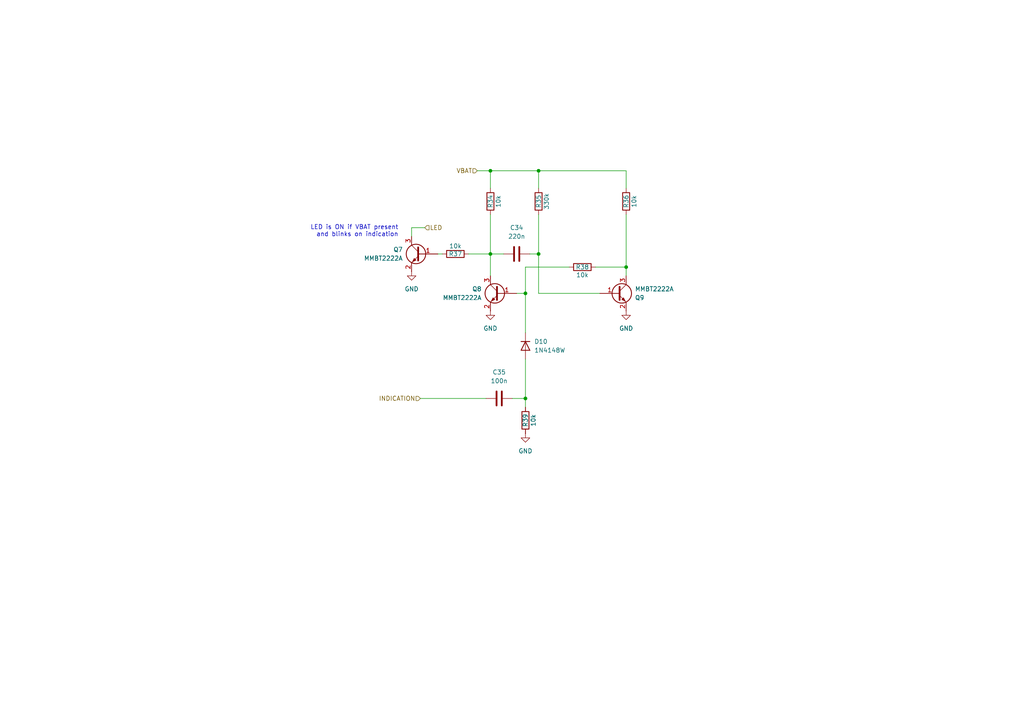
<source format=kicad_sch>
(kicad_sch (version 20231120) (generator "eeschema") (generator_version "8.0")
  (paper "A4")
  (title_block (title "FTDI Quad LIN"))
  (lib_symbols
    (symbol "Device:C" (pin_numbers hide) (pin_names (offset 0.254))
      (property "Reference" "C" (at 0.635 2.54 0))
      (property "Value" "C" (at 0.635 -2.54 0))
      (symbol "C_0_1"
        (polyline (pts (xy -2.032 -0.762) (xy 2.032 -0.762)) (stroke (width 0.508)))
        (polyline (pts (xy -2.032 0.762) (xy 2.032 0.762)) (stroke (width 0.508)))
      )
      (symbol "C_1_1"
        (pin passive line (at 0 3.81 270) (length 2.794) (name "~") (number "1"))
        (pin passive line (at 0 -3.81 90) (length 2.794) (name "~") (number "2"))
      )
    )
    (symbol "Device:R" (pin_numbers hide) (pin_names (offset 0))
      (property "Reference" "R" (at 2.032 0 90))
      (property "Value" "R" (at 0 0 90))
      (symbol "R_0_1"
        (rectangle (start -1.016 -2.54) (end 1.016 2.54) (stroke (width 0.254)))
      )
      (symbol "R_1_1"
        (pin passive line (at 0 3.81 270) (length 1.27) (name "~") (number "1"))
        (pin passive line (at 0 -3.81 90) (length 1.27) (name "~") (number "2"))
      )
    )
    (symbol "Diode:1N4148WS" (pin_numbers hide) (pin_names hide)
      (property "Reference" "D" (at 0 2.54 0))
      (property "Value" "1N4148WS" (at 0 -2.54 0))
      (symbol "1N4148WS_0_1"
        (polyline (pts (xy -1.27 1.27) (xy -1.27 -1.27)) (stroke (width 0.254)))
        (polyline (pts (xy 1.27 0) (xy -1.27 0)))
        (polyline (pts (xy 1.27 1.27) (xy 1.27 -1.27) (xy -1.27 0) (xy 1.27 1.27)) (stroke (width 0.254)))
      )
      (symbol "1N4148WS_1_1"
        (pin passive line (at -3.81 0 0) (length 2.54) (name "K") (number "1"))
        (pin passive line (at 3.81 0 180) (length 2.54) (name "A") (number "2"))
      )
    )
    (symbol "Transistor_BJT:MMBT2222A" (pin_names (offset 0) hide)
      (property "Reference" "Q" (at 5.08 1.905 0))
      (property "Value" "MMBT2222A" (at 5.08 0 0))
      (symbol "MMBT2222A_0_1"
        (polyline (pts (xy 0.635 0.635) (xy 2.54 2.54)))
        (polyline (pts (xy 0.635 -0.635) (xy 2.54 -2.54) (xy 2.54 -2.54)))
        (polyline (pts (xy 0.635 1.905) (xy 0.635 -1.905) (xy 0.635 -1.905)) (stroke (width 0.508)))
        (polyline (pts (xy 1.27 -1.778) (xy 1.778 -1.27) (xy 2.286 -2.286) (xy 1.27 -1.778) (xy 1.27 -1.778)) (fill (type outline)))
        (circle (center 1.27 0) (radius 2.8194) (stroke (width 0.254)))
      )
      (symbol "MMBT2222A_1_1"
        (pin input line (at -5.08 0 0) (length 5.715) (name "B") (number "1"))
        (pin passive line (at 2.54 -5.08 90) (length 2.54) (name "E") (number "2"))
        (pin passive line (at 2.54 5.08 270) (length 2.54) (name "C") (number "3"))
      )
    )
    (symbol "power:GND" (power) (pin_numbers hide) (pin_names (offset 0) hide)
      (property "Value" "GND" (at 0 -3.81 0))
      (symbol "GND_0_1"
        (polyline (pts (xy 0 0) (xy 0 -1.27) (xy 1.27 -1.27) (xy 0 -2.54) (xy -1.27 -1.27) (xy 0 -1.27)))
      )
      (symbol "GND_1_1"
        (pin power_in line (at 0 0 270) (length 0) (name "~") (number "1"))
      )
    )
  )
  (junction (at 156.21 73.66))
  (junction (at 142.24 73.66))
  (junction (at 152.4 115.57))
  (junction (at 156.21 49.53))
  (junction (at 142.24 49.53))
  (junction (at 181.61 77.47))
  (junction (at 152.4 85.09))
  (wire (pts (xy 138.43 49.53) (xy 142.24 49.53)))
  (wire (pts (xy 172.72 77.47) (xy 181.61 77.47)))
  (wire (pts (xy 152.4 118.11) (xy 152.4 115.57)))
  (wire (pts (xy 128.27 73.66) (xy 127 73.66)))
  (wire (pts (xy 156.21 49.53) (xy 181.61 49.53)))
  (wire (pts (xy 152.4 104.14) (xy 152.4 115.57)))
  (wire (pts (xy 153.67 73.66) (xy 156.21 73.66)))
  (wire (pts (xy 142.24 73.66) (xy 142.24 80.01)))
  (wire (pts (xy 152.4 77.47) (xy 152.4 85.09)))
  (wire (pts (xy 152.4 96.52) (xy 152.4 85.09)))
  (wire (pts (xy 142.24 73.66) (xy 146.05 73.66)))
  (wire (pts (xy 156.21 85.09) (xy 156.21 73.66)))
  (wire (pts (xy 165.1 77.47) (xy 152.4 77.47)))
  (wire (pts (xy 121.92 115.57) (xy 140.97 115.57)))
  (wire (pts (xy 142.24 54.61) (xy 142.24 49.53)))
  (wire (pts (xy 142.24 49.53) (xy 156.21 49.53)))
  (wire (pts (xy 152.4 85.09) (xy 149.86 85.09)))
  (wire (pts (xy 156.21 62.23) (xy 156.21 73.66)))
  (wire (pts (xy 181.61 62.23) (xy 181.61 77.47)))
  (wire (pts (xy 173.99 85.09) (xy 156.21 85.09)))
  (wire (pts (xy 123.19 66.04) (xy 119.38 66.04)))
  (wire (pts (xy 156.21 49.53) (xy 156.21 54.61)))
  (wire (pts (xy 152.4 115.57) (xy 148.59 115.57)))
  (wire (pts (xy 135.89 73.66) (xy 142.24 73.66)))
  (wire (pts (xy 142.24 62.23) (xy 142.24 73.66)))
  (wire (pts (xy 119.38 66.04) (xy 119.38 68.58)))
  (wire (pts (xy 181.61 77.47) (xy 181.61 80.01)))
  (wire (pts (xy 181.61 49.53) (xy 181.61 54.61)))
  (text "LED is ON if VBAT present\nand blinks on indication" (at 115.57 67.056 0) (effects (font (size 1.27 1.27)) (justify right)))
  (hierarchical_label "INDICATION" (shape input) (at 121.92 115.57 180))
  (hierarchical_label "LED" (shape input) (at 123.19 66.04 0))
  (hierarchical_label "VBAT" (shape input) (at 138.43 49.53 180))
  (symbol (lib_id "power:GND") (at 119.38 78.74 0) (unit 1)
    (property "Reference" "#PWR0103" (effects (hide yes)))
    (property "Value" "GND" (at 119.38 83.82 0))
    (property "Description" "Power symbol creates a global label with name \"GND\" , ground" (effects (hide yes)))
    (instances (project "ftdi_quad_lin" (path "" (reference "#PWR0103") (unit 1)) (path "" (reference "#PWR099") (unit 1)) (path "" (reference "#PWR098") (unit 1)) (path "" (reference "#PWR0107") (unit 1))))
  )
  (symbol (lib_id "Transistor_BJT:MMBT2222A") (at 179.07 85.09 0) (unit 1)
    (property "Reference" "Q9" (at 184.15 86.3601 0) (effects (justify left)))
    (property "Value" "MMBT2222A" (at 184.15 83.8201 0) (effects (justify left)))
    (property "Footprint" "Package_TO_SOT_SMD:SOT-23" (effects (hide yes)))
    (property "Datasheet" "https://assets.nexperia.com/documents/data-sheet/MMBT2222A.pdf" (effects (hide yes)))
    (property "Description" "600mA Ic, 40V Vce, NPN Transistor, SOT-23" (effects (hide yes)))
    (instances (project "ftdi_quad_lin" (path "" (reference "Q9") (unit 1)) (path "" (reference "Q6") (unit 1)) (path "" (reference "Q3") (unit 1)) (path "" (reference "Q12") (unit 1))))
  )
  (symbol (lib_id "power:GND") (at 152.4 125.73 0) (unit 1)
    (property "Reference" "#PWR0111" (effects (hide yes)))
    (property "Value" "GND" (at 152.4 130.81 0))
    (property "Description" "Power symbol creates a global label with name \"GND\" , ground" (effects (hide yes)))
    (instances (project "ftdi_quad_lin" (path "" (reference "#PWR0111") (unit 1)) (path "" (reference "#PWR0102") (unit 1)) (path "" (reference "#PWR0106") (unit 1)) (path "" (reference "#PWR0110") (unit 1))))
  )
  (symbol (lib_id "Device:R") (at 181.61 58.42 180) (unit 1)
    (property "Reference" "R36" (at 181.61 58.42 90))
    (property "Value" "10k" (at 183.896 58.42 90))
    (property "Footprint" "Resistor_SMD:R_0805_2012Metric" (effects (hide yes)))
    (property "Description" "Resistor" (effects (hide yes)))
    (instances (project "ftdi_quad_lin" (path "" (reference "R36") (unit 1)) (path "" (reference "R30") (unit 1)) (path "" (reference "R24") (unit 1)) (path "" (reference "R42") (unit 1))))
  )
  (symbol (lib_id "Device:R") (at 142.24 58.42 180) (unit 1)
    (property "Reference" "R34" (at 142.24 58.42 90))
    (property "Value" "10k" (at 144.526 58.42 90))
    (property "Footprint" "Resistor_SMD:R_0805_2012Metric" (effects (hide yes)))
    (property "Description" "Resistor" (effects (hide yes)))
    (instances (project "ftdi_quad_lin" (path "" (reference "R34") (unit 1)) (path "" (reference "R28") (unit 1)) (path "" (reference "R22") (unit 1)) (path "" (reference "R40") (unit 1))))
  )
  (symbol (lib_id "Transistor_BJT:MMBT2222A") (at 144.78 85.09 0) (mirror y) (unit 1)
    (property "Reference" "Q8" (at 139.7 83.8199 0) (effects (justify left)))
    (property "Value" "MMBT2222A" (at 139.7 86.3599 0) (effects (justify left)))
    (property "Footprint" "Package_TO_SOT_SMD:SOT-23" (effects (hide yes)))
    (property "Datasheet" "https://assets.nexperia.com/documents/data-sheet/MMBT2222A.pdf" (effects (hide yes)))
    (property "Description" "600mA Ic, 40V Vce, NPN Transistor, SOT-23" (effects (hide yes)))
    (instances (project "ftdi_quad_lin" (path "" (reference "Q8") (unit 1)) (path "" (reference "Q5") (unit 1)) (path "" (reference "Q2") (unit 1)) (path "" (reference "Q11") (unit 1))))
  )
  (symbol (lib_id "Device:R") (at 132.08 73.66 270) (unit 1)
    (property "Reference" "R37" (at 132.08 73.66 90))
    (property "Value" "10k" (at 132.08 71.374 90))
    (property "Footprint" "Resistor_SMD:R_0805_2012Metric" (effects (hide yes)))
    (property "Description" "Resistor" (effects (hide yes)))
    (instances (project "ftdi_quad_lin" (path "" (reference "R37") (unit 1)) (path "" (reference "R31") (unit 1)) (path "" (reference "R25") (unit 1)) (path "" (reference "R43") (unit 1))))
  )
  (symbol (lib_id "Device:R") (at 152.4 121.92 0) (unit 1)
    (property "Reference" "R39" (at 152.4 121.92 90))
    (property "Value" "10k" (at 154.686 121.92 90))
    (property "Footprint" "Resistor_SMD:R_0805_2012Metric" (effects (hide yes)))
    (property "Description" "Resistor" (effects (hide yes)))
    (instances (project "ftdi_quad_lin" (path "" (reference "R39") (unit 1)) (path "" (reference "R33") (unit 1)) (path "" (reference "R27") (unit 1)) (path "" (reference "R45") (unit 1))))
  )
  (symbol (lib_id "power:GND") (at 181.61 90.17 0) (unit 1)
    (property "Reference" "#PWR0105" (effects (hide yes)))
    (property "Value" "GND" (at 181.61 95.25 0))
    (property "Description" "Power symbol creates a global label with name \"GND\" , ground" (effects (hide yes)))
    (instances (project "ftdi_quad_lin" (path "" (reference "#PWR0105") (unit 1)) (path "" (reference "#PWR0101") (unit 1)) (path "" (reference "#PWR097") (unit 1)) (path "" (reference "#PWR0109") (unit 1))))
  )
  (symbol (lib_id "Device:R") (at 156.21 58.42 180) (unit 1)
    (property "Reference" "R35" (at 156.21 58.42 90))
    (property "Value" "330k" (at 158.496 58.42 90))
    (property "Footprint" "Resistor_SMD:R_0805_2012Metric" (effects (hide yes)))
    (property "Description" "Resistor" (effects (hide yes)))
    (instances (project "ftdi_quad_lin" (path "" (reference "R35") (unit 1)) (path "" (reference "R29") (unit 1)) (path "" (reference "R23") (unit 1)) (path "" (reference "R41") (unit 1))))
  )
  (symbol (lib_id "Transistor_BJT:MMBT2222A") (at 121.92 73.66 0) (mirror y) (unit 1)
    (property "Reference" "Q7" (at 116.84 72.3899 0) (effects (justify left)))
    (property "Value" "MMBT2222A" (at 116.84 74.9299 0) (effects (justify left)))
    (property "Footprint" "Package_TO_SOT_SMD:SOT-23" (effects (hide yes)))
    (property "Datasheet" "https://assets.nexperia.com/documents/data-sheet/MMBT2222A.pdf" (effects (hide yes)))
    (property "Description" "600mA Ic, 40V Vce, NPN Transistor, SOT-23" (effects (hide yes)))
    (instances (project "ftdi_quad_lin" (path "" (reference "Q7") (unit 1)) (path "" (reference "Q4") (unit 1)) (path "" (reference "Q1") (unit 1)) (path "" (reference "Q10") (unit 1))))
  )
  (symbol (lib_id "power:GND") (at 142.24 90.17 0) (unit 1)
    (property "Reference" "#PWR0104" (effects (hide yes)))
    (property "Value" "GND" (at 142.24 95.25 0))
    (property "Description" "Power symbol creates a global label with name \"GND\" , ground" (effects (hide yes)))
    (instances (project "ftdi_quad_lin" (path "" (reference "#PWR0104") (unit 1)) (path "" (reference "#PWR0100") (unit 1)) (path "" (reference "#PWR096") (unit 1)) (path "" (reference "#PWR0108") (unit 1))))
  )
  (symbol (lib_id "Diode:1N4148WS") (at 152.4 100.33 270) (unit 1)
    (property "Reference" "D10" (at 154.94 99.0599 90) (effects (justify left)))
    (property "Value" "1N4148W" (at 154.94 101.5999 90) (effects (justify left)))
    (property "Footprint" "Diode_SMD:D_SOD-323_HandSoldering" (effects (hide yes)))
    (property "Datasheet" "https://www.vishay.com/docs/85751/1n4148ws.pdf" (effects (hide yes)))
    (property "Description" "75V 0.15A Fast switching Diode, SOD-323" (effects (hide yes)))
    (property "Sim.Device" "D" (effects (hide yes)))
    (property "Sim.Pins" "1=K 2=A" (effects (hide yes)))
    (property "manf#" "1N4148W" (effects (hide yes)))
    (instances (project "ftdi_quad_lin" (path "" (reference "D10") (unit 1)) (path "" (reference "D12") (unit 1)) (path "" (reference "D11") (unit 1)) (path "" (reference "D13") (unit 1))))
  )
  (symbol (lib_id "Device:R") (at 168.91 77.47 90) (unit 1)
    (property "Reference" "R38" (at 168.91 77.47 90))
    (property "Value" "10k" (at 168.91 79.756 90))
    (property "Footprint" "Resistor_SMD:R_0805_2012Metric" (effects (hide yes)))
    (property "Description" "Resistor" (effects (hide yes)))
    (instances (project "ftdi_quad_lin" (path "" (reference "R38") (unit 1)) (path "" (reference "R32") (unit 1)) (path "" (reference "R26") (unit 1)) (path "" (reference "R44") (unit 1))))
  )
  (symbol (lib_id "Device:C") (at 149.86 73.66 90) (unit 1)
    (property "Reference" "C34" (at 149.86 66.04 90))
    (property "Value" "220n" (at 149.86 68.58 90))
    (property "Footprint" "Capacitor_SMD:C_0805_2012Metric_Pad1.18x1.45mm_HandSolder" (effects (hide yes)))
    (property "Description" "Unpolarized capacitor" (effects (hide yes)))
    (instances (project "ftdi_quad_lin" (path "" (reference "C34") (unit 1)) (path "" (reference "C32") (unit 1)) (path "" (reference "C30") (unit 1)) (path "" (reference "C36") (unit 1))))
  )
  (symbol (lib_id "Device:C") (at 144.78 115.57 90) (unit 1)
    (property "Reference" "C35" (at 144.78 107.95 90))
    (property "Value" "100n" (at 144.78 110.49 90))
    (property "Footprint" "Capacitor_SMD:C_0805_2012Metric_Pad1.18x1.45mm_HandSolder" (effects (hide yes)))
    (property "Description" "Unpolarized capacitor" (effects (hide yes)))
    (instances (project "ftdi_quad_lin" (path "" (reference "C35") (unit 1)) (path "" (reference "C33") (unit 1)) (path "" (reference "C31") (unit 1)) (path "" (reference "C37") (unit 1))))
  )
)
</source>
